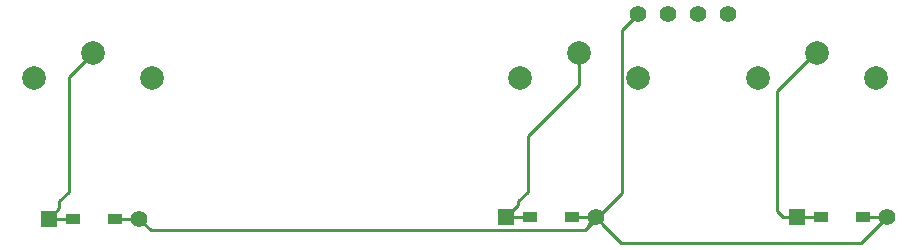
<source format=gbl>
G04 #@! TF.GenerationSoftware,KiCad,Pcbnew,(5.1.6-0-10_14)*
G04 #@! TF.CreationDate,2023-01-09T16:33:12+09:00*
G04 #@! TF.ProjectId,cool644,636f6f6c-3634-4342-9e6b-696361645f70,rev?*
G04 #@! TF.SameCoordinates,Original*
G04 #@! TF.FileFunction,Copper,L2,Bot*
G04 #@! TF.FilePolarity,Positive*
%FSLAX46Y46*%
G04 Gerber Fmt 4.6, Leading zero omitted, Abs format (unit mm)*
G04 Created by KiCad (PCBNEW (5.1.6-0-10_14)) date 2023-01-09 16:33:12*
%MOMM*%
%LPD*%
G01*
G04 APERTURE LIST*
G04 #@! TA.AperFunction,ComponentPad*
%ADD10C,1.397000*%
G04 #@! TD*
G04 #@! TA.AperFunction,ComponentPad*
%ADD11R,1.397000X1.397000*%
G04 #@! TD*
G04 #@! TA.AperFunction,SMDPad,CuDef*
%ADD12R,1.300000X0.950000*%
G04 #@! TD*
G04 #@! TA.AperFunction,ComponentPad*
%ADD13C,2.000000*%
G04 #@! TD*
G04 #@! TA.AperFunction,Conductor*
%ADD14C,0.250000*%
G04 #@! TD*
G04 APERTURE END LIST*
D10*
X168000000Y133060000D03*
D11*
X160380000Y133060000D03*
D12*
X162415000Y133060000D03*
X165965000Y133060000D03*
D10*
X179160000Y150270000D03*
X176620000Y150270000D03*
X174080000Y150270000D03*
X171540000Y150270000D03*
D12*
X127245000Y132950000D03*
X123695000Y132950000D03*
D11*
X121660000Y132950000D03*
D10*
X129280000Y132950000D03*
D12*
X190585000Y133070000D03*
X187035000Y133070000D03*
D11*
X185000000Y133070000D03*
D10*
X192620000Y133070000D03*
D13*
X191730000Y144860000D03*
X186730000Y146960000D03*
X181730000Y144860000D03*
X130380000Y144860000D03*
X125380000Y146960000D03*
X120380000Y144860000D03*
X161530000Y144860000D03*
X166530000Y146960000D03*
X171530000Y144860000D03*
D14*
X121660000Y132950000D02*
X123695000Y132950000D01*
X122560000Y133850000D02*
X122560000Y134410000D01*
X122560000Y133850000D02*
X121660000Y132950000D01*
X123354999Y144934999D02*
X123354999Y135204999D01*
X122560000Y134410000D02*
X123354999Y135204999D01*
X125380000Y146960000D02*
X123354999Y144934999D01*
X192620000Y133070000D02*
X190470000Y130920000D01*
X190585000Y133070000D02*
X192620000Y133070000D01*
X165965000Y133060000D02*
X168000000Y133060000D01*
X130273501Y131956499D02*
X130633501Y131956499D01*
X129280000Y132950000D02*
X130273501Y131956499D01*
X167036499Y131956499D02*
X130633501Y131956499D01*
X130633501Y131956499D02*
X130423501Y131956499D01*
X189026499Y130916499D02*
X188723501Y130916499D01*
X188723501Y130916499D02*
X170123501Y130916499D01*
X188727002Y130920000D02*
X188723501Y130916499D01*
X190470000Y130920000D02*
X188727002Y130920000D01*
X127245000Y132950000D02*
X129280000Y132950000D01*
X170205000Y135125000D02*
X168675000Y133595000D01*
X168140000Y133060000D02*
X168675000Y133595000D01*
X168000000Y133060000D02*
X168140000Y133060000D01*
X168675000Y133595000D02*
X168060000Y132980000D01*
X167320000Y132380000D02*
X168000000Y133060000D01*
X167320000Y132240000D02*
X167036499Y131956499D01*
X168060000Y132980000D02*
X167320000Y132240000D01*
X167320000Y132240000D02*
X167320000Y132380000D01*
X168000000Y133040000D02*
X168690000Y132350000D01*
X170123501Y130916499D02*
X168690000Y132350000D01*
X168690000Y132350000D02*
X168060000Y132980000D01*
X168000000Y133060000D02*
X168000000Y133040000D01*
X171540000Y150270000D02*
X170205000Y148935000D01*
X170205000Y148935000D02*
X170205000Y135125000D01*
X161430000Y134110000D02*
X161430000Y134419996D01*
X161430000Y134110000D02*
X160380000Y133060000D01*
X161430000Y134419996D02*
X162235002Y135224998D01*
X162235002Y139972002D02*
X162235002Y135224998D01*
X160380000Y133060000D02*
X162415000Y133060000D01*
X166530001Y147169999D02*
X166530001Y144267001D01*
X166530001Y144267001D02*
X162235002Y139972002D01*
X185000000Y133070000D02*
X187035000Y133070000D01*
X185000000Y133070000D02*
X183810000Y133070000D01*
X183290000Y143729998D02*
X183290000Y133590000D01*
X183810000Y133070000D02*
X183290000Y133590000D01*
X186730001Y147169999D02*
X183290000Y143729998D01*
M02*

</source>
